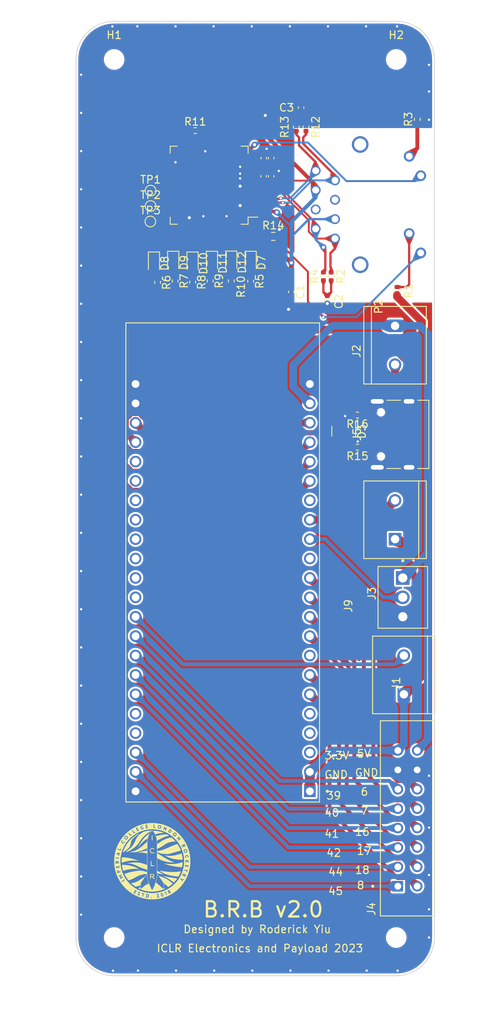
<source format=kicad_pcb>
(kicad_pcb (version 20221018) (generator pcbnew)
  (layers (0 "F.Cu" signal) (31 "B.Cu" signal) (34 "B.Paste" user) (35 "F.Paste" user) (36 "B.SilkS" user "B.Silkscreen") (37 "F.SilkS" user "F.Silkscreen") (38 "B.Mask" user) (39 "F.Mask" user) (44 "Edge.Cuts" user))
  (net 0 "")
  (net 1 "GND")
  (net 2 "Net-(C2-Pad2)")
  (net 3 "Net-(C3-Pad2)")
  (net 4 "/W5100/TXLED")
  (net 5 "Net-(D7-A)")
  (net 6 "/W5100/LINKLED")
  (net 7 "Net-(D8-A)")
  (net 8 "/W5100/SPDLED")
  (net 9 "Net-(D9-A)")
  (net 10 "/W5100/FDXLED")
  (net 11 "Net-(D10-A)")
  (net 12 "/W5100/COLLED")
  (net 13 "Net-(D11-A)")
  (net 14 "Net-(D12-A)")
  (net 15 "/W5100/RXIN")
  (net 16 "/W5100/RXIP")
  (net 19 "/W5100/TXON")
  (net 20 "/W5100/TXOP")
  (net 21 "Net-(P2-PadL1)")
  (net 22 "Net-(P2-PadL3)")
  (net 23 "Net-(U1-SEN)")
  (net 34 "Net-(U1-RSET_BG)")
  (net 35 "Net-(J5-CC1)")
  (net 36 "Net-(J5-CC2)")
  (net 37 "Net-(U1-~{CS})")
  (net 38 "Net-(U1-~{WR})")
  (net 58 "/W5100/CS")
  (net 60 "Net-(U1-~{RD})")
  (net 61 "/W5100/MISO")
  (net 66 "/W5100/RXLED")
  (net 72 "/W5100/MOSI")
  (net 74 "/W5100/SCLK")
  (net 85 "/W5100/VBUS")
  (net 91 "Net-(J1-Pin_2)")
  (net 92 "+3.3V")
  (net 93 "/W5100/GPIO46")
  (net 94 "/W5100/GPIO43")
  (net 95 "/W5100/GPIO44")
  (net 96 "/W5100/GPIO42")
  (net 97 "/W5100/GPIO41")
  (net 98 "/W5100/GPIO40")
  (net 99 "/W5100/GPIO39")
  (net 100 "/W5100/GPIO6")
  (net 101 "/W5100/GPIO7")
  (net 102 "/W5100/GPIO16")
  (net 103 "/W5100/GPIO17")
  (net 104 "/W5100/GPIO18")
  (net 105 "/W5100/GPIO8")
  (net 106 "/W5100/GPIO9")
  (net 107 "/W5100/USB D+")
  (net 108 "/W5100/USB D-")
  (net 111 "+5V")
  (footprint "MountingHole:MountingHole_2.2mm_M2" (layer "F.Cu") (at 149 168)
    (fp_text reference "H4" hide)
    (fp_text value "MountingHole" hide)
  )
  (footprint "Resistor_SMD:R_0402_1005Metric" (layer "F.Cu") (at 140.460959 81.40821 90)
    (fp_text reference "R2")
    (fp_text value "49.9")
  )
  (footprint "LED_SMD:LED_0603_1608Metric" (layer "F.Cu") (at 129.904959 79.6 -90)
    (fp_text reference "D7")
    (fp_text value "LED")
  )
  (footprint "Resistor_SMD:R_0402_1005Metric" (layer "F.Cu") (at 143.91 99.58 180)
    (fp_text reference "R16")
    (fp_text value "5.1k")
  )
  (footprint "Package_QFP:LQFP-80_10x10mm_P0.4mm" (layer "F.Cu") (at 124.458959 69.46821 180)
    (fp_text reference "U1" hide)
    (fp_text value "W5100")
  )
  (footprint "Resistor_SMD:R_0402_1005Metric" (layer "F.Cu") (at 122.64 62.32)
    (fp_text reference "R11")
    (fp_text value "10k")
  )
  (footprint "terms:TE_282837-2" (layer "F.Cu") (at 148.844 113.284 90)
    (fp_text reference "J9")
    (fp_text value "Screw_Terminal_01x02")
  )
  (footprint "TestPoint:TestPoint_Pad_D1.0mm" (layer "F.Cu") (at 116.78 72.2)
    (fp_text reference "TP2")
    (fp_text value "TestPoint")
  )
  (footprint "LED_SMD:LED_0603_1608Metric" (layer "F.Cu") (at 119.744959 79.6 -90)
    (fp_text reference "D9")
    (fp_text value "LED")
  )
  (footprint "Resistor_SMD:R_0402_1005Metric" (layer "F.Cu") (at 129.904959 82.04521 -90)
    (fp_text reference "R5")
    (fp_text value "470")
  )
  (footprint "Package_TO_SOT_SMD:SOT-143" (layer "F.Cu") (at 142.11 101.69 -90)
    (fp_text reference "D3")
    (fp_text value "SP0503BAHT")
  )
  (footprint "Resistor_SMD:R_0402_1005Metric" (layer "F.Cu") (at 137.159999 61.849 -90)
    (fp_text reference "R13")
    (fp_text value "49.9")
  )
  (footprint "MountingHole:MountingHole_2.2mm_M2" (layer "F.Cu") (at 149 53)
    (fp_text reference "H2")
    (fp_text value "MountingHole")
  )
  (footprint "Capacitor_SMD:C_0402_1005Metric" (layer "F.Cu") (at 131.6 68.3 90)
    (fp_text reference "C5" hide)
    (fp_text value "100nF" hide)
  )
  (footprint "Capacitor_SMD:C_0402_1005Metric" (layer "F.Cu") (at 132.5912 65.918493 90)
    (fp_text reference "C7" hide)
    (fp_text value "10uF")
  )
  (footprint "Connector_USB:USB_C_Receptacle_Palconn_UTC16-G" (layer "F.Cu") (at 148.44 102.1 90)
    (fp_text reference "J5")
    (fp_text value "USB_C_Receptacle_USB2.0")
  )
  (footprint "ICLR:iclr_logo_estd2018_10mm" (layer "F.Cu") (at 117 158)
    (fp_text reference "G***" hide)
    (fp_text value "LOGO" hide)
  )
  (footprint "Capacitor_SMD:C_0402_1005Metric" (layer "F.Cu") (at 139.952959 84.45421 90)
    (fp_text reference "C2")
    (fp_text value "0.1uF")
  )
  (footprint "Resistor_SMD:R_0402_1005Metric" (layer "F.Cu") (at 124.599959 82.01 -90)
    (fp_text reference "R9")
    (fp_text value "470")
  )
  (footprint "terms:TE_282837-2" (layer "F.Cu") (at 148.844 90.424 -90)
    (fp_text reference "J2")
    (fp_text value "Screw_Terminal_01x02")
  )
  (footprint "Resistor_SMD:R_0402_1005Metric" (layer "F.Cu") (at 139.444959 81.40821 90)
    (fp_text reference "R4")
    (fp_text value "49.9")
  )
  (footprint "LED_SMD:LED_0603_1608Metric" (layer "F.Cu") (at 117.219959 79.7 -90)
    (fp_text reference "D8")
    (fp_text value "LED")
  )
  (footprint "TestPoint:TestPoint_Pad_D1.0mm" (layer "F.Cu") (at 116.78 70.18)
    (fp_text reference "TP1")
    (fp_text value "TestPoint")
  )
  (footprint "Capacitor_SMD:C_0402_1005Metric" (layer "F.Cu") (at 136.524999 59.309 -90)
    (fp_text reference "C3")
    (fp_text value "0.1uF")
  )
  (footprint "moreterms:TE_1658525-8" (layer "F.Cu") (at 150.48 152.39 90)
    (fp_text reference "J4")
    (fp_text value "1658525-8")
  )
  (footprint "Capacitor_SMD:C_0402_1005Metric" (layer "F.Cu") (at 135.253959 83.43821 -90)
    (fp_text reference "C1")
    (fp_text value "0.1uF")
  )
  (footprint "Resistor_SMD:R_0402_1005Metric" (layer "F.Cu") (at 119.999959 82.022317 -90)
    (fp_text reference "R7")
    (fp_text value "470")
  )
  (footprint "Resistor_SMD:R_0603_1608Metric" (layer "F.Cu") (at 132.87 76.17)
    (fp_text reference "R14")
    (fp_text value "12.3k")
  )
  (footprint "ESP32:XCVR_ESP32-S3-DEVKITC-1-N8R2" (layer "F.Cu") (at 126.238 118.874 180)
    (fp_text reference "U2" hide)
    (fp_text value "ESP32-S3-DEVKITC-1-N8R2")
  )
  (footprint "Resistor_SMD:R_0402_1005Metric" (layer "F.Cu") (at 149.096959 83.314 -90)
    (fp_text reference "R1")
    (fp_text value "470")
  )
  (footprint "Resistor_SMD:R_0402_1005Metric" (layer "F.Cu") (at 151.764999 60.83021 90)
    (fp_text reference "R3")
    (fp_text value "470")
  )
  (footprint "LED_SMD:LED_0603_1608Metric" (layer "F.Cu") (at 122.284959 79.7 -90)
    (fp_text reference "D10")
    (fp_text value "LED")
  )
  (footprint "Resistor_SMD:R_0402_1005Metric" (layer "F.Cu") (at 117.699959 82.19521 -90)
    (fp_text reference "R6")
    (fp_text value "470")
  )
  (footprint "RJ45:WIZNET_RB1-125BAG1A" (layer "F.Cu") (at 147.318959 72.00821 90)
    (fp_text reference "P2")
    (fp_text value "RB1-125BAG1A")
  )
  (footprint "Resistor_SMD:R_0402_1005Metric" (layer "F.Cu") (at 135.889999 61.849 -90)
    (fp_text reference "R12")
    (fp_text value "49.9")
  )
  (footprint "Resistor_SMD:R_0402_1005Metric" (layer "F.Cu") (at 122.299959 82.17021 -90)
    (fp_text reference "R8")
    (fp_text value "470")
  )
  (footprint "TestPoint:TestPoint_Pad_D1.0mm" (layer "F.Cu") (at 116.75 74.22)
    (fp_text reference "TP3")
    (fp_text value "TestPoint")
  )
  (footprint "Resistor_SMD:R_0402_1005Metric" (layer "F.Cu") (at 143.91 103.78 180)
    (fp_text reference "R15")
    (fp_text value "5.1k")
  )
  (footprint "terms:TE_282837-2" (layer "F.Cu") (at 150 133.604 90)
    (fp_text reference "J1")
    (fp_text value "Screw_Terminal_01x02")
  )
  (footprint "MountingHole:MountingHole_2.2mm_M2" (layer "F.Cu") (at 112 168)
    (fp_text reference "H3" hide)
    (fp_text value "MountingHole" hide)
  )
  (footprint "LED_SMD:LED_0603_1608Metric" (layer "F.Cu") (at 127.364959 79.58021 -90)
    (fp_text reference "D12")
    (fp_text value "LED")
  )
  (footprint "Resistor_SMD:R_0402_1005Metric" (layer "F.Cu") (at 127.364959 82 -90)
    (fp_text reference "R10")
    (fp_text value "470")
  )
  (footprint "Capacitor_SMD:C_0402_1005Metric" (layer "F.Cu") (at 131.625656 65.92826 90)
    (fp_text reference "C6" hide)
    (fp_text value "100nF" hide)
  )
  (footprint "LED_SMD:LED_0603_1608Metric" (layer "F.Cu") (at 124.824959 79.6 -90)
    (fp_text reference "D11")
    (fp_text value "LED")
  )
  (footprint "tterms3:TE_282834-3" (layer "F.Cu") (at 149.86 123.444 -90)
    (fp_text reference "J3")
    (fp_text value "Screw_Terminal_01x03")
  )
  (footprint "MountingHole:MountingHole_2.2mm_M2" (layer "F.Cu") (at 112 53)
    (fp_text reference "H1")
    (fp_text value "MountingHole")
  )
  (footprint "Capacitor_SMD:C_0402_1005Metric" (layer "F.Cu") (at 132.6 68.3 90)
    (fp_text reference "C4" hide)
    (fp_text value "10uF" hide)
  )
  (gr_arc (start 149 48) (mid 152.535533 49.464466) (end 154 53) (stroke (width 0.1)) (layer "Edge.Cuts"))
  (gr_line (start 149 48) (end 112 48) (stroke (width 0.1)) (layer "Edge.Cuts"))
  (gr_arc (start 107 53) (mid 108.464466 49.464467) (end 112 48) (stroke (width 0.1)) (layer "Edge.Cuts"))
  (gr_line (start 154 168) (end 154 53) (stroke (width 0.1)) (layer "Edge.Cuts"))
  (gr_line (start 107 53) (end 107 168) (stroke (width 0.1)) (layer "Edge.Cuts"))
  (gr_line (start 112 173) (end 149 173) (stroke (width 0.1)) (layer "Edge.Cuts"))
  (gr_arc (start 112 173) (mid 108.464467 171.535534) (end 107 168) (stroke (width 0.1)) (layer "Edge.Cuts"))
  (gr_arc (start 154 168) (mid 152.535534 171.535533) (end 149 173) (stroke (width 0.1)) (layer "Edge.Cuts"))
  (gr_text "3.3V" (at 139.5 144.75) (layer "F.SilkS") (effects (font (size 1 1)) (justify left bottom)))
  (gr_text "Designed by Roderick Yiu" (at 121 167.5) (layer "F.SilkS") (effects (font (size 1 1)) (justify left bottom)))
  (gr_text "41" (at 139.5 155) (layer "F.SilkS") (effects (font (size 1 1)) (justify left bottom)))
  (gr_text "ICLR Electronics and Payload 2023\n" (at 117.5 170) (layer "F.SilkS") (effects (font (size 1 1)) (justify left bottom)))
  (gr_text "8" (at 143.75 161.75) (layer "F.SilkS") (effects (font (size 1 1)) (justify left bottom)))
  (gr_text "5V" (at 143.75 144.5) (layer "F.SilkS") (effects (font (size 1 1)) (justify left bottom)))
  (gr_text "GND" (at 143.5 147) (layer "F.SilkS") (effects (font (size 1 1)) (justify left bottom)))
  (gr_text "40" (at 139.5 152.25) (layer "F.SilkS") (effects (font (size 1 1)) (justify left bottom)))
  (gr_text "42" (at 139.75 157.5) (layer "F.SilkS") (effects (font (size 1 1)) (justify left bottom)))
  (gr_text "44" (at 140 160) (layer "F.SilkS") (effects (font (size 1 1)) (justify left bottom)))
  (gr_text "B.R.B v2.0\n" (at 123.5 165.5) (layer "F.SilkS") (effects (font (size 2 2) (thickness 0.3)) (justify left bottom)))
  (gr_text "45" (at 140 162.5) (layer "F.SilkS") (effects (font (size 1 1)) (justify left bottom)))
  (gr_text "17" (at 143.75 157.25) (layer "F.SilkS") (effects (font (size 1 1)) (justify left bottom)))
  (gr_text "6" (at 144.25 149.5) (layer "F.SilkS") (effects (font (size 1 1)) (justify left bottom)))
  (gr_text "16" (at 143.5 154.75) (layer "F.SilkS") (effects (font (size 1 1)) (justify left bottom)))
  (gr_text "18" (at 143.5 159.75) (layer "F.SilkS") (effects (font (size 1 1)) (justify left bottom)))
  (gr_text "39" (at 139.75 150) (layer "F.SilkS") (effects (font (size 1 1)) (justify left bottom)))
  (gr_text "GND" (at 139.5 147.25) (layer "F.SilkS") (effects (font (size 1 1)) (justify left bottom)))
  (gr_text "7" (at 144.25 152) (layer "F.SilkS") (effects (font (size 1 1)) (justify left bottom)))
  (segment (start 130.121459 66.86821) (end 128.71179 66.86821) (width 0.25) (layer "F.Cu") (net 1))
  (segment (start 136.524999 58.829) (end 133.320169 58.829) (width 0.5) (layer "F.Cu") (net 1))
  (segment (start 121.458959 75.13071) (end 121.458959 74.12621) (width 0.25) (layer "F.Cu") (net 1))
  (segment (start 122.258959 74.12621) (end 121.858959 73.72621) (width 0.25) (layer "F.Cu") (net 1))
  (segment (start 128.59621 69.66821) (end 128.524 69.596) (width 0.25) (layer "F.Cu") (net 1))
  (segment (start 118.796459 66.46821) (end 120.038805 66.46821) (width 0.25) (layer "F.Cu") (net 1))
  (segment (start 130.121459 72.06821) (end 128.59179 72.06821) (width 0.25) (layer "F.Cu") (net 1))
  (segment (start 130.121459 68.46821) (end 128.63579 68.46821) (width 0.25) (layer "F.Cu") (net 1))
  (segment (start 123.858959 64.930959) (end 123.952 65.024) (width 0.25) (layer "F.Cu") (net 1))
  (segment (start 128.71179 66.86821) (end 128.524 67.056) (width 0.25) (layer "F.Cu") (net 1))
  (segment (start 130.121459 68.06821) (end 128.640713 68.06821) (width 0.25) (layer "F.Cu") (net 1))
  (segment (start 130.121459 69.66821) (end 128.59621 69.66821) (width 0.25) (layer "F.Cu") (net 1))
  (segment (start 123.858959 63.80571) (end 123.858959 64.930959) (width 0.25) (layer "F.Cu") (net 1))
  (segment (start 128.63579 68.46821) (end 128.524 68.58) (width 0.25) (layer "F.Cu") (net 1))
  (segment (start 127.058959 75.13071) (end 127.058959 73.84621) (width 0.25) (layer "F.Cu") (net 1))
  (segment (start 121.458959 74.12621) (end 121.858959 73.72621) (width 0.25) (layer "F.Cu") (net 1))
  (segment (start 120.038805 66.46821) (end 120.044032 66.462983) (width 0.25) (layer "F.Cu") (net 1))
  (segment (start 119.888 66.46821) (end 120.038805 66.46821) (width 0.15) (layer "F.Cu") (net 1))
  (segment (start 123.458959 73.77021) (end 123.696959 73.53221) (width 0.25) (layer "F.Cu") (net 1))
  (segment (start 128.59179 72.06821) (end 128.524 72.136) (width 0.25) (layer "F.Cu") (net 1))
  (segment (start 135.253959 83.91821) (end 135.253959 85.34321) (width 0.3) (layer "F.Cu") (net 1))
  (segment (start 133.320169 58.829) (end 131.824959 60.32421) (width 0.5) (layer "F.Cu") (net 1))
  (segment (start 135.253959 85.34321) (end 134.872959 85.72421) (width 0.3) (layer "F.Cu") (net 1))
  (segment (start 122.258959 75.13071) (end 122.258959 74.12621) (width 0.25) (layer "F.Cu") (net 1))
  (segment (start 121.858959 73.72621) (end 121.858959 75.13071) (width 0.25) (layer "F.Cu") (net 1))
  (segment (start 133.695 75.285) (end 133.67 75.26) (width 0.25) (layer "F.Cu") (net 1))
  (segment (start 128.640713 68.06821) (end 128.524 67.951497) (width 0.25) (layer "F.Cu") (net 1))
  (segment (start 127.058959 73.84621) (end 126.744959 73.53221) (width 0.25) (layer "F.Cu") (net 1))
  (segment (start 123.458959 75.13071) (end 123.458959 73.77021) (width 0.25) (layer "F.Cu") (net 1))
  (via (at 107.67235 104.999999) (size 0.7) (drill 0.3) (layers "F.Cu" "B.Cu") (net 1))
  (via (at 107.67235 124.999999) (size 0.7) (drill 0.3) (layers "F.Cu" "B.Cu") (net 1))
  (via (at 130.047371 48.656877) (size 0.7) (drill 0.3) (layers "F.Cu" "B.Cu") (net 1))
  (via (at 107.67235 134.999999) (size 0.7) (drill 0.3) (layers "F.Cu" "B.Cu") (net 1))
  (via (at 134.872959 85.72421) (size 0.8) (drill 0.4) (layers "F.Cu" "B.Cu") (net 1))
  (via (at 140.121109 172.327687) (size 0.7) (drill 0.3) (layers "F.Cu" "B.Cu") (net 1))
  (via (at 107.67235 94.999999) (size 0.7) (drill 0.3) (layers "F.Cu" "B.Cu") (net 1))
  (via (at 111.769504 48.670878) (size 0.7) (drill 0.3) (layers "F.Cu" "B.Cu") (net 1))
  (via (at 107.67235 164.999999) (size 0.7) (drill 0.3) (layers "F.Cu" "B.Cu") (net 1))
  (via (at 135.047371 48.656877) (size 0.7) (drill 0.3) (layers "F.Cu" "B.Cu") (net 1))
  (via (at 126.744959 73.53221) (size 0.45) (drill 0.3) (layers "F.Cu" "B.Cu") (net 1))
  (via (at 107.67235 74.999999) (size 0.7) (drill 0.3) (layers "F.Cu" "B.Cu") (net 1))
  (via (at 153.3 60.9) (size 0.7) (drill 0.3) (layers "F.Cu" "B.Cu") (net 1))
  (via (at 153.3 57.2) (size 0.7) (drill 0.3) (layers "F.Cu" "B.Cu") (net 1))
  (via (at 128.524 69.596) (size 0.8) (drill 0.4) (layers "F.Cu" "B.Cu") (net 1))
  (via (at 107.67235 154.999999) (size 0.7) (drill 0.3) (layers "F.Cu" "B.Cu") (net 1))
  (via (at 111.843242 172.341688) (size 0.7) (drill 0.3) (layers "F.Cu" "B.Cu") (net 1))
  (via (at 125.047371 48.656877) (size 0.7) (drill 0.3) (layers "F.Cu" "B.Cu") (net 1))
  (via (at 125.121109 172.327687) (size 0.7) (drill 0.3) (layers "F.Cu" "B.Cu") (net 1))
  (via (at 153.3 168) (size 0.7) (drill 0.3) (layers "F.Cu" "B.Cu") (net 1))
  (via (at 107.67235 64.999999) (size 0.7) (drill 0.3) (layers "F.Cu" "B.Cu") (net 1))
  (via (at 149.181795 172.330716) (size 0.7) (drill 0.3) (layers "F.Cu" "B.Cu") (net 1))
  (via (at 132 64.7) (size 0.7) (drill 0.3) (layers "F.Cu" "B.Cu") (net 1))
  (via (at 115.047371 48.656877) (size 0.7) (drill 0.3) (layers "F.Cu" "B.Cu") (net 1))
  (via (at 123.696959 73.53221) (size 0.45) (drill 0.3) (layers "F.Cu" "B.Cu") (net 1))
  (via (at 121.858959 73.72621) (size 0.8) (drill 0.4) (layers "F.Cu" "B.Cu") (net 1))
  (via (at 140.047371 48.656877) (size 0.7) (drill 0.3) (layers "F.Cu" "B.Cu") (net 1))
  (via (at 107.67235 129.999999) (size 0.7) (drill 0.3) (layers "F.Cu" "B.Cu") (net 1))
  (via (at 115.121109 172.327687) (size 0.7) (drill 0.3) (layers "F.Cu" "B.Cu") (net 1))
  (via (at 145.121109 172.327687) (size 0.7) (drill 0.3) (layers "F.Cu" "B.Cu") (net 1))
  (via (at 153.3 159.8) (size 0.7) (drill 0.3) (layers "F.Cu" "B.Cu") (net 1))
  (via (at 107.67235 119.999999) (size 0.7) (drill 0.3) (layers "F.Cu" "B.Cu") (net 1))
  (via (at 107.67235 99.999999) (size 0.7) (drill 0.3) (layers "F.Cu" "B.Cu") (net 1))
  (via (at 153.3 153.6) (size 0.7) (drill 0.3) (layers "F.Cu" "B.Cu") (net 1))
  (via (at 143.95 103.03) (size 0.45) (drill 0.3) (layers "F.Cu" "B.Cu") (net 1))
  (via (at 107.67235 159.999999) (size 0.7) (drill 0.3) (layers "F.Cu" "B.Cu") (net 1))
  (via (at 149.108057 48.659906) (size 0.7) (drill 0.3) (layers "F.Cu" "B.Cu") (net 1))
  (via (at 133.6 67.6) (size 0.7) (drill 0.3) (layers "F.Cu" "B.Cu") (net 1))
  (via (at 120.121109 172.327687) (size 0.7) (drill 0.3) (layers "F.Cu" "B.Cu") (net 1))
  (via (at 107.67235 54.999999) (size 0.7) (drill 0.3) (layers "F.Cu" "B.Cu") (net 1))
  (via (at 120.044032 66.462983) (size 0.45) (drill 0.3) (layers "F.Cu" "B.Cu") (net 1))
  (via (at 142.3 99.7) (size 0.7) (drill 0.3) (layers "F.Cu" "B.Cu") (net 1))
  (via (at 128.524 72.136) (size 0.8) (drill 0.4) (layers "F.Cu" "B.Cu") (net 1))
  (via (at 133.67 75.26) (size 0.8) (drill 0.4) (layers "F.Cu" "B.Cu") (net 1))
  (via (at 107.67235 139.999999) (size 0.7) (drill 0.3) (layers "F.Cu" "B.Cu") (net 1))
  (via (at 107.67235 149.999999) (size 0.7) (drill 0.3) (layers "F.Cu" "B.Cu") (net 1))
  (via (at 128.524 67.951497) (size 0.45) (drill 0.3) (layers "F.Cu" "B.Cu") (net 1))
  (via (at 107.67235 144.999999) (size 0.7) (drill 0.3) (layers "F.Cu" "B.Cu") (net 1))
  (via (at 139.952959 84.96221) (size 0.8) (drill 0.4) (layers "F.Cu" "B.Cu") (net 1))
  (via (at 107.67235 69.999999) (size 0.7) (drill 0.3) (layers "F.Cu" "B.Cu") (net 1))
  (via (at 153.3 164.3) (size 0.7) (drill 0.3) (layers "F.Cu" "B.Cu") (net 1))
  (via (at 131.824959 60.32421) (size 0.8) (drill 0.4) (layers "F.Cu" "B.Cu") (net 1))
  (via (at 107.67235 84.999999) (size 0.7) (drill 0.3) (layers "F.Cu" "B.Cu") (net 1))
  (via (at 120.047371 48.656877) (size 0.7) (drill 0.3) (layers "F.Cu" "B.Cu") (net 1))
  (via (at 107.67235 109.999999) (size 0.7) (drill 0.3) (layers "F.Cu" "B.Cu") (net 1))
  (via (at 135.121109 172.327687) (size 0.7) (drill 0.3) (layers "F.Cu" "B.Cu") (net 1))
  (via (at 107.67235 59.999999) (size 0.7) (drill 0.3) (layers "F.Cu" "B.Cu") (net 1))
  (via (at 107.67235 79.999999) (size 0.7) (drill 0.3) (layers "F.Cu" "B.Cu") (net 1))
  (via (at 123.952 65.024) (size 0.45) (drill 0.3) (layers "F.Cu" "B.Cu") (net 1))
  (via (at 153.3 53.7) (size 0.7) (drill 0.3) (layers "F.Cu" "B.Cu") (net 1))
  (via (at 128.524 68.58) (size 0.45) (drill 0.3) (layers "F.Cu" "B.Cu") (net 1))
  (via (at 107.67235 114.999999) (size 0.7) (drill 0.3) (layers "F.Cu" "B.Cu") (net 1))
  (via (at 153.3 146.8) (size 0.7) (drill 0.3) (layers "F.Cu" "B.Cu") (net 1))
  (via (at 130.121109 172.327687) (size 0.7) (drill 0.3) (layers "F.Cu" "B.Cu") (net 1))
  (via (at 145.047371 48.656877) (size 0.7) (drill 0.3) (layers "F.Cu" "B.Cu") (net 1))
  (via (at 107.67235 89.999999) (size 0.7) (drill 0.3) (layers "F.Cu" "B.Cu") (net 1))
  (via (at 128.524 67.056) (size 0.45) (drill 0.3) (layers "F.Cu" "B.Cu") (net 1))
  (segment (start 139.952959 84.96221) (end 139.190959 85.72421) (width 0.3) (layer "B.Cu") (net 1))
  (segment (start 139.190959 85.72421) (end 134.872959 85.72421) (width 0.3) (layer "B.Cu") (net 1))
  (segment (start 139.444959 81.91821) (end 139.444959 83.46621) (width 0.3) (layer "F.Cu") (net 2))
  (segment (start 140.460959 83.46621) (end 139.952959 83.97421) (width 0.3) (layer "F.Cu") (net 2))
  (segment (start 140.460959 81.91821) (end 140.460959 83.46621) (width 0.3) (layer "F.Cu") (net 2))
  (segment (start 139.444959 83.46621) (end 139.952959 83.97421) (width 0.3) (layer "F.Cu") (net 2))
  (segment (start 137.159999 61.339) (end 137.159999 60.424) (width 0.25) (layer "F.Cu") (net 3))
  (segment (start 135.889999 60.424) (end 136.524999 59.789) (width 0.25) (layer "F.Cu") (net 3))
  (segment (start 135.889999 61.339) (end 135.889999 60.424) (width 0.25) (layer "F.Cu") (net 3))
  (segment (start 137.159999 60.424) (end 136.524999 59.789) (width 0.25) (layer "F.Cu") (net 3))
  (segment (start 129.904959 78.8125) (end 129.904959 78.104959) (width 0.25) (layer "F.Cu") (net 4))
  (segment (start 127 77.7) (end 125.458959 76.158959) (width 0.25) (layer "F.Cu") (net 4))
  (segment (start 125.458959 76.158959) (end 125.458959 75.13071) (width 0.25) (layer "F.Cu") (net 4))
  (segment (start 129.5 77.7) (end 127 77.7) (width 0.25) (layer "F.Cu") (net 4))
  (segment (start 129.904959 78.104959) (end 129.5 77.7) (width 0.25) (layer "F.Cu") (net 4))
  (segment (start 129.904959 80.3875) (end 129.904959 81.53521) (width 0.25) (layer "F.Cu") (net 5))
  (segment (start 120.975729 77.59621) (end 117.60379 77.59621) (width 0.25) (layer "F.Cu") (net 6))
  (segment (start 117.60379 77.59621) (end 117.219959 77.980041) (width 0.25) (layer "F.Cu") (net 6))
  (segment (start 117.219959 77.980041) (end 117.219959 78.9125) (width 0.25) (layer "F.Cu") (net 6))
  (segment (start 130.412436 64.162436) (end 122.658959 71.915913) (width 0.25) (layer "F.Cu") (net 6))
  (segment (start 122.658959 75.91298) (end 120.975729 77.59621) (width 0.25) (layer "F.Cu") (net 6))
  (segment (start 122.658959 71.915913) (end 122.658959 75.13071) (width 0.25) (layer "F.Cu") (net 6))
  (segment (start 122.658959 75.13071) (end 122.658959 75.91298) (width 0.25) (layer "F.Cu") (net 6))
  (via (at 130.412436 64.162436) (size 0.8) (drill 0.4) (layers "F.Cu" "B.Cu") (net 6))
  (segment (start 142.461339 68.92859) (end 151.514089 68.92859) (width 0.25) (layer "B.Cu") (net 6))
  (segment (start 137.412959 63.88021) (end 142.461339 68.92859) (width 0.25) (layer "B.Cu") (net 6))
  (segment (start 130.694662 63.88021) (end 137.412959 63.88021) (width 0.25) (layer "B.Cu") (net 6))
  (segment (start 151.514089 68.92859) (end 152.218089 68.22459) (width 0.25) (layer "B.Cu") (net 6))
  (segment (start 130.412436 64.162436) (end 130.694662 63.88021) (width 0.25) (layer "B.Cu") (net 6))
  (segment (start 117.699959 80.66021) (end 117.204959 80.16521) (width 0.3) (layer "F.Cu") (net 7))
  (segment (start 117.699959 81.68521) (end 117.699959 80.66021) (width 0.3) (layer "F.Cu") (net 7))
  (segment (start 119.744959 78.8125) (end 120.6875 78.8125) (width 0.25) (layer "F.Cu") (net 8))
  (segment (start 120.6875 78.8125) (end 123.058959 76.441041) (width 0.25) (layer "F.Cu") (net 8))
  (segment (start 123.058959 76.441041) (end 123.058959 75.13071) (width 0.25) (layer "F.Cu") (net 8))
  (segment (start 119.999959 81.512317) (end 119.999959 80.247317) (width 0.3) (layer "F.Cu") (net 9))
  (segment (start 126.058662 72.51621) (end 124.258959 74.315913) (width 0.25) (layer "F.Cu") (net 10))
  (segment (start 139.444959 86.74021) (end 137.412959 84.70821) (width 0.25) (layer "F.Cu") (net 10))
  (segment (start 137.412959 80.792959) (end 134.47621 77.85621) (width 0.25) (layer "F.Cu") (net 10))
  (segment (start 132.25621 77.85621) (end 126.91621 72.51621) (width 0.25) (layer "F.Cu") (net 10))
  (segment (start 122.284959 77.992211) (end 124.258959 76.01821) (width 0.25) (layer "F.Cu") (net 10))
  (segment (start 124.258959 76.01821) (end 124.258959 75.13071) (width 0.25) (layer "F.Cu") (net 10))
  (segment (start 122.284959 78.9125) (end 122.284959 77.992211) (width 0.25) (layer "F.Cu") (net 10))
  (segment (start 137.412959 84.70821) (end 137.412959 80.792959) (width 0.25) (layer "F.Cu") (net 10))
  (segment (start 126.91621 72.51621) (end 126.058662 72.51621) (width 0.25) (layer "F.Cu") (net 10))
  (segment (start 124.258959 74.315913) (end 124.258959 75.13071) (width 0.25) (layer "F.Cu") (net 10))
  (segment (start 134.47621 77.85621) (end 132.25621 77.85621) (width 0.25) (layer "F.Cu") (net 10))
  (via (at 139.444959 86.74021) (size 0.45) (drill 0.3) (layers "F.Cu" "B.Cu") (net 10))
  (segment (start 143.811119 86.74021) (end 139.444959 86.74021) (width 0.25) (layer "B.Cu") (net 10))
  (segment (start 152.218589 78.33274) (end 143.811119 86.74021) (width 0.25) (layer "B.Cu") (net 10))
  (segment (start 122.299959 81.66021) (end 122.299959 80.5025) (width 0.25) (layer "F.Cu") (net 11))
  (segment (start 124.658959 75.13071) (end 124.658959 78.6465) (width 0.25) (layer "F.Cu") (net 12))
  (segment (start 124.599959 81.63021) (end 124.599959 80.33521) (width 0.3) (layer "F.Cu") (net 13))
  (segment (start 127.364959 80.36771) (end 127.364959 81.49) (width 0.25) (layer "F.Cu") (net 14))
  (segment (start 138.429999 66.929) (end 138.429999 66.436818) (width 0.3) (layer "F.Cu") (net 15))
  (segment (start 133.855039 71.176426) (end 133.763255 71.26821) (width 0.25) (layer "F.Cu") (net 15))
  (segment (start 138.429999 66.436818) (end 136.249999 64.256818) (width 0.3) (layer "F.Cu") (net 15))
  (segment (start 133.763255 71.26821) (end 130.121459 71.26821) (width 0.25) (layer "F.Cu") (net 15))
  (segment (start 136.249999 64.256818) (end 136.249999 63.199001) (width 0.3) (layer "F.Cu") (net 15))
  (segment (start 135.889999 62.839001) (end 135.889999 62.359) (width 0.3) (layer "F.Cu") (net 15))
  (segment (start 136.249999 63.199001) (end 135.889999 62.839001) (width 0.3) (layer "F.Cu") (net 15))
  (via (at 133.855039 71.176426) (size 0.45) (drill 0.3) (layers "F.Cu" "B.Cu") (net 15))
  (segment (start 138.684 67.564) (end 135.071574 71.176426) (width 0.25) (layer "B.Cu") (net 15))
  (segment (start 135.071574 71.176426) (end 133.855039 71.176426) (width 0.25) (layer "B.Cu") (net 15))
  (segment (start 140.969999 68.199) (end 136.799999 64.029) (width 0.3) (layer "F.Cu") (net 16))
  (segment (start 131.694 71.75) (end 134.112 71.75) (width 0.25) (layer "F.Cu") (net 16))
  (segment (start 130.121459 71.66821) (end 131.61221 71.66821) (width 0.25) (layer "F.Cu") (net 16))
  (segment (start 131.61221 71.66821) (end 131.694 71.75) (width 0.25) (layer "F.Cu") (net 16))
  (segment (start 136.799999 64.029) (end 136.799999 63.199001) (width 0.3) (layer "F.Cu") (net 16))
  (segment (start 137.159999 62.839001) (end 137.159999 62.359) (width 0.3) (layer "F.Cu") (net 16))
  (segment (start 136.799999 63.199001) (end 137.159999 62.839001) (width 0.3) (layer "F.Cu") (net 16))
  (via (at 134.112 71.75) (size 0.45) (drill 0.3) (layers "F.Cu" "B.Cu") (net 16))
  (segment (start 135.031158 71.75) (end 134.112 71.75) (width 0.25) (layer "B.Cu") (net 16))
  (segment (start 137.947158 68.834) (end 135.031158 71.75) (width 0.25) (layer "B.Cu") (net 16))
  (segment (start 140.969999 68.834) (end 137.947158 68.834) (width 0.25) (layer "B.Cu") (net 16))
  (segment (start 139.444959 77.59621) (end 139.698959 77.85021) (width 0.3) (layer "F.Cu") (net 19))
  (segment (start 138.048749 74.040749) (end 134.07621 70.06821) (width 0.25) (layer "F.Cu") (net 19))
  (segment (start 139.698959 80.64421) (end 139.444959 80.89821) (width 0.15) (layer "F.Cu") (net 19))
  (segment (start 134.07621 70.06821) (end 130.121459 70.06821) (width 0.25) (layer "F.Cu") (net 19))
  (segment (start 139.698959 77.85021) (end 139.698959 80.64421) (width 0.3) (layer "F.Cu") (net 19))
  (segment (start 138.048749 75.184) (end 138.048749 74.040749) (width 0.25) (layer "F.Cu") (net 19))
  (via (at 139.444959 77.59621) (size 0.8) (drill 0.4) (layers "F.Cu" "B.Cu") (net 19))
  (segment (start 138.429999 76.58125) (end 138.429999 75.184) (width 0.3) (layer "B.Cu") (net 19))
  (segment (start 139.444959 77.59621) (end 138.429999 76.58125) (width 0.3) (layer "B.Cu") (net 19))
  (segment (start 133.943052 70.46821) (end 130.121459 70.46821) (width 0.25) (layer "F.Cu") (net 20))
  (segment (start 140.460959 80.31021) (end 140.460959 80.89821) (width 0.3) (layer "F.Cu") (net 20))
  (segment (start 140.969999 76.454) (end 140.969999 77.76217) (width 0.3) (layer "F.Cu") (net 20))
  (segment (start 140.373959 80.22321) (end 140.460959 80.31021) (width 0.15) (layer "F.Cu") (net 20))
  (segment (start 140.373959 78.35821) (end 140.373959 80.22321) (width 0.3) (layer "F.Cu") (net 20))
  (segment (start 140.969999 77.76217) (end 140.373959 78.35821) (width 0.3) (layer "F.Cu") (net 20))
  (segment (start 140.969999 76.454) (end 138.424378 76.454) (width 0.25) (layer "F.Cu") (net 20))
  (segment (start 137.527999 75.557621) (end 137.527999 74.053157) (width 0.25) (layer "F.Cu") (net 20))
  (segment (start 138.424378 76.454) (end 137.527999 75.557621) (width 0.25) (layer "F.Cu") (net 20))
  (segment (start 137.527999 74.053157) (end 133.943052 70.46821) (width 0.25) (layer "F.Cu") (net 20))
  (segment (start 150.698589 65.68274) (end 151.764999 64.61633) (width 0.5) (layer "F.Cu") (net 21))
  (segment (start 151.764999 64.61633) (end 151.764999 61.34021) (width 0.5) (layer "F.Cu") (net 21))
  (segment (start 150.698089 82.473911) (end 150.368 82.804) (width 0.3) (layer "F.Cu") (net 22))
  (segment (start 150.698089 75.79459) (end 150.698089 82.473911) (width 0.3) (layer "F.Cu") (net 22))
  (segment (start 150.368 82.804) (end 149.096959 82.804) (width 0.3) (layer "F.Cu") (net 22))
  (segment (start 124.258959 63.02344) (end 124.258959 63.80571) (width 0.25) (layer "F.Cu") (net 23))
  (segment (start 123.555519 62.32) (end 124.258959 63.02344) (width 0.25) (layer "F.Cu") (net 23))
  (segment (start 123.15 62.32) (end 123.555519 62.32) (width 0.25) (layer "F.Cu") (net 23))
  (segment (start 132.045 76.17) (end 132.045 75.191751) (width 0.25) (layer "F.Cu") (net 34))
  (segment (start 132.045 75.191751) (end 130.121459 73.26821) (width 0.25) (layer "F.Cu") (net 34))
  (segment (start 144.42 103.78) (end 144.85 103.35) (width 0.3) (layer "F.Cu") (net 35))
  (segment (start 144.85 103.35) (end 145.93 103.35) (width 0.3) (layer "F.Cu") (net 35))
  (segment (start 144.42 99.58) (end 145.19 100.35) (width 0.3) (layer "F.Cu") (net 36))
  (segment (start 145.19 100.35) (end 145.93 100.35) (width 0.3) (layer "F.Cu") (net 36))
  (segment (start 117.86821 71.26821) (end 116.78 70.18) (width 0.25) (layer "F.Cu") (net 37))
  (segment (start 118.796459 71.26821) (end 117.86821 71.26821) (width 0.25) (layer "F.Cu") (net 37))
  (segment (start 118.796459 72.06821) (end 116.91179 72.06821) (width 0.25) (layer "F.Cu") (net 38))
  (segment (start 123.942959 61.371) (end 125.058959 62.487) (width 0.25) (layer "F.Cu") (net 58))
  (segment (start 112.907 102.661256) (end 112.907 65.883841) (width 0.25) (layer "F.Cu") (net 58))
  (segment (start 112.907 65.883841) (end 117.419842 61.371) (width 0.25) (layer "F.Cu") (net 58))
  (segment (start 117.419842 61.371) (end 123.942959 61.371) (width 0.25) (layer "F.Cu") (net 58))
  (segment (start 136.651 104.141) (end 114.386744 104.141) (width 0.25) (layer "F.Cu") (net 58))
  (segment (start 137.668 103.124) (end 136.651 104.141) (width 0.25) (layer "F.Cu") (net 58))
  (segment (start 125.058959 62.487) (end 125.058959 63.80571) (width 0.25) (layer "F.Cu") (net 58))
  (segment (start 114.386744 104.141) (end 112.907 102.661256) (width 0.25) (layer "F.Cu") (net 58))
  (segment (start 117.794684 72.46821) (end 116.75 73.512894) (width 0.25) (layer "F.Cu") (net 60))
  (segment (start 116.75 73.512894) (end 116.75 74.22) (width 0.25) (layer "F.Cu") (net 60))
  (segment (start 118.796459 72.46821) (end 117.794684 72.46821) (width 0.25) (layer "F.Cu") (net 60))
  (segment (start 112.153 65.571525) (end 112.153 106.987256) (width 0.25) (layer "F.Cu") (net 61))
  (segment (start 112.153 106.987256) (end 114.395744 109.23) (width 0.25) (layer "F.Cu") (net 61))
  (segment (start 136.642 109.23) (end 137.668 108.204) (width 0.25) (layer "F.Cu") (net 61))
  (segment (start 124.255275 60.617) (end 117.107525 60.617) (width 0.25) (layer "F.Cu") (net 61))
  (segment (start 117.107525 60.617) (end 112.153 65.571525) (width 0.25) (layer "F.Cu") (net 61))
  (segment (start 125.858959 63.80571) (end 125.858959 62.220684) (width 0.25) (layer "F.Cu") (net 61))
  (segment (start 114.395744 109.23) (end 136.642 109.23) (width 0.25) (layer "F.Cu") (net 61))
  (segment (start 125.858959 62.220684) (end 124.255275 60.617) (width 0.25) (layer "F.Cu") (net 61))
  (segment (start 125.058959 76.5) (end 125.058959 75.13071) (width 0.25) (layer "F.Cu") (net 66))
  (segment (start 127.351669 78.79271) (end 125.058959 76.5) (width 0.25) (layer "F.Cu") (net 66))
  (segment (start 136.592 106.74) (end 137.668 105.664) (width 0.25) (layer "F.Cu") (net 72))
  (segment (start 112.53 104.824256) (end 114.445744 106.74) (width 0.25) (layer "F.Cu") (net 72))
  (segment (start 124.099117 60.994) (end 117.263683 60.994) (width 0.25) (layer "F.Cu") (net 72))
  (segment (start 114.445744 106.74) (end 136.592 106.74) (width 0.25) (layer "F.Cu") (net 72))
  (segment (start 125.458959 63.80571) (end 125.458959 62.353842) (width 0.25) (layer "F.Cu") (net 72))
  (segment (start 112.53 65.727683) (end 112.53 104.824256) (width 0.25) (layer "F.Cu") (net 72))
  (segment (start 125.458959 62.353842) (end 124.099117 60.994) (width 0.25) (layer "F.Cu") (net 72))
  (segment (start 117.263683 60.994) (end 112.53 65.727683) (width 0.25) (layer "F.Cu") (net 72))
  (segment (start 124.658959 62.682959) (end 124.658959 63.80571) (width 0.25) (layer "F.Cu") (net 74))
  (segment (start 123.724 61.748) (end 124.658959 62.682959) (width 0.25) (layer "F.Cu") (net 74))
  (segment (start 117.576 61.748) (end 123.724 61.748) (width 0.25) (layer "F.Cu") (net 74))
  (segment (start 137.668 100.584) (end 130.048 100.584) (width 0.25) (layer "F.Cu") (net 74))
  (segment (start 113.284 83.82) (end 113.284 66.04) (width 0.25) (layer "F.Cu") (net 74))
  (segment (start 113.284 66.04) (end 117.576 61.748) (width 0.25) (layer "F.Cu") (net 74))
  (segment (start 130.048 100.584) (end 113.284 83.82) (width 0.25) (layer "F.Cu") (net 74))
  (segment (start 147.189 100.439962) (end 148.844 98.784962) (width 0.35) (layer "F.Cu") (net 85))
  (segment (start 142.853 104.135656) (end 143.217344 104.5) (width 0.3) (layer "F.Cu") (net 85))
  (segment (start 143.217344 104.5) (end 145.93 104.5) (width 0.3) (layer "F.Cu") (net 85))
  (segment (start 148.844 98.784962) (end 148.844 92.964) (width 0.35) (layer "F.Cu") (net 85))
  (segment (start 147.189 103.760038) (end 146.449038 104.5) (width 0.35) (layer "F.Cu") (net 85))
  (segment (start 146.449038 104.5) (end 145.93 104.5) (width 0.35) (layer "F.Cu") (net 85))
  (segment (start 145.93 99.7) (end 146.449038 99.7) (width 0.35) (layer "F.Cu") (net 85))
  (segment (start 143.06 102.69) (end 142.853 102.897) (width 0.3) (layer "F.Cu") (net 85))
  (segment (start 142.853 102.897) (end 142.853 104.135656) (width 0.3) (layer "F.Cu") (net 85))
  (segment (start 147.189 100.439962) (end 147.189 103.760038) (width 0.35) (layer "F.Cu") (net 85))
  (segment (start 146.449038 99.7) (end 147.189 100.439962) (width 0.35) (layer "F.Cu") (net 85))
  (segment (start 121.03 132.206) (end 148.858 132.206) (width 0.5) (layer "B.Cu") (net 91))
  (segment (start 114.808 125.984) (end 121.03 132.206) (width 0.5) (layer "B.Cu") (net 91))
  (segment (start 148.858 132.206) (end 150 131.064) (width 0.5) (layer "B.Cu") (net 91))
  (segment (start 115.316 69.533872) (end 117.570936 67.278936) (width 0.5) (layer "F.Cu") (net 92))
  (segment (start 130.121459 66.46821) (end 135.43154 66.46821) (width 0.25) (layer "F.Cu") (net 92))
  (segment (start 117.856 84.20021) (end 119.888 84.20021) (width 1) (layer "F.Cu") (net 92))
  (segment (start 137.83154 68.86821) (end 137.931665 68.968335) (width 0.25) (layer "F.Cu") (net 92))
  (segment (start 152.4 133.744) (end 150 136.144) (width 1) (layer "F.Cu") (net 92))
  (segment (start 138.429999 70.104) (end 138.429999 69.466669) (width 0.5) (layer "F.Cu") (net 92))
  (segment (start 149.352 115.824) (end 148.844 115.824) (width 1) (layer "F.Cu") (net 92))
  (segment (start 122.936 83.316251) (end 122.299959 82.68021) (width 1) (layer "F.Cu") (net 92))
  (segment (start 130.325999 61.362669) (end 130.325999 59.283169) (width 0.5) (layer "F.Cu") (net 92))
  (segment (start 135.43154 66.46821) (end 135.731665 66.768335) (width 0.25) (layer "F.Cu") (net 92))
  (segment (start 124.968 84.20021) (end 124.968 83.018251) (width 1) (layer "F.Cu") (net 92))
  (segment (start 115.316 69.533872) (end 115.316 82.804) (width 1) (layer "F.Cu") (net 92))
  (segment (start 117.894936 66.954936) (end 117.981662 66.86821) (width 0.25) (layer "F.Cu") (net 92))
  (segment (start 130.121459 72.86821) (end 133.192959 72.86821) (width 0.25) (layer "F.Cu") (net 92))
  (segment (start 131.44421 84.20021) (end 132.08 84.836) (width 1) (layer "F.Cu") (net 92))
  (segment (start 132.08 84.836) (end 135.636 88.392) (width 1) (layer "F.Cu") (net 92))
  (segment (start 133.983959 78.35821) (end 135.253959 79.62821) (width 0.5) (layer "F.Cu") (net 92))
  (segment (start 130.048 82.698251) (end 129.904959 82.55521) (width 1) (layer "F.Cu") (net 92))
  (segment (start 137.931665 68.968335) (end 135.731665 66.768335) (width 0.5) (layer "F.Cu") (net 92))
  (segment (start 122.936 84.20021) (end 124.968 84.20021) (width 1) (layer "F.Cu") (net 92))
  (segment (start 124.968 84.20021) (end 127.508 84.20021) (width 1) (layer "F.Cu") (net 92))
  (segment (start 146.325439 88.392) (end 135.636 88.392) (width 1) (layer "F.Cu") (net 92))
  (segment (start 130.325999 59.283169) (end 132.205169 57.404) (width 0.5) (layer "F.Cu") (net 92))
  (segment (start 131.824959 84.580959) (end 131.824959 81.788) (width 1) (layer "F.Cu") (net 92))
  (segment (start 152.4 94.466561) (end 152.4 87.376) (width 1) (layer "F.Cu") (net 92))
  (segment (start 115.316 82.804) (end 116.71221 84.20021) (width 1) (layer "F.Cu") (net 92))
  (segment (start 130.121459 68.86821) (end 137.83154 68.86821) (width 0.25) (layer "F.Cu") (net 92))
  (segment (start 149.096959 84.072959) (end 149.096959 83.824) (width 1) (layer "F.Cu") (net 92))
  (segment (start 130.048 84.20021) (end 131.44421 84.20021) (width 1) (layer "F.Cu") (net 92))
  (segment (start 116.71221 84.20021) (end 117.856 84.20021) (width 1) (layer "F.Cu") (net 92))
  (segment (start 119.888 84.20021) (end 122.936 84.20021) (width 1) (layer "F.Cu") (net 92))
  (segment (start 117.570936 67.278936) (end 117.894936 66.954936) (width 0.25) (layer "F.Cu") (net 92))
  (segment (start 131.824959 81.788) (end 131.824959 79.62821) (width 0.5) (layer "F.Cu") (net 92))
  (segment (start 131.824959 79.62821) (end 133.094959 78.35821) (width 0.5) (layer "F.Cu") (net 92))
  (segment (start 124.968 83.018251) (end 124.599959 82.65021) (width 1) (layer "F.Cu") (net 92))
  (segment (start 152.4 118.872) (end 149.352 115.824) (width 1) (layer "F.Cu") (net 92))
  (segment (start 122.13 62.32) (end 120.962399 62.32) (width 0.25) (layer "F.Cu") (net 92))
  (segment (start 132.08 84.836) (end 131.824959 84.580959) (width 1) (layer "F.Cu") (net 92))
  (segment (start 117.981662 66.86821) (end 118.796459 66.86821) (width 0.25) (layer "F.Cu") (net 92))
  (segment (start 152.4 118.872) (end 152.4 133.744) (width 1) (layer "F.Cu") (net 92))
  (segment (start 119.888 84.20021) (end 119.888 82.644276) (width 1) (layer "F.Cu") (net 92))
  (segment (start 133.094959 78.35821) (end 133.983959 78.35821) (width 0.5) (layer "F.Cu") (net 92))
  (segment (start 135.731665 66.768335) (end 130.325999 61.362669) (width 0.5) (layer "F.Cu") (net 92))
  (segment (start 152.4 94.466561) (end 146.325439 88.392) (width 1) (layer "F.Cu") (net 92))
  (segment (start 127.508 82.568251) (end 127.364959 82.42521) (width 1) (layer "F.Cu") (net 92))
  (segment (start 122.936 84.20021) (end 122.936 83.316251) (width 1) (layer "F.Cu") (net 92))
  (segment (start 119.888 82.644276) (end 119.999959 82.532317) (width 1) (layer "F.Cu") (net 92))
  (segment (start 152.4 118.872) (end 152.4 94.466561) (width 1) (layer "F.Cu") (net 92))
  (segment (start 152.4 87.376) (end 149.096959 84.072959) (width 1) (layer "F.Cu") (net 92))
  (segment (start 117.856 84.20021) (end 117.856 82.861251) (width 1) (layer "F.Cu") (net 92))
  (segment (start 148.844 57.404) (end 132.205169 57.404) (width 0.5) (layer "F.Cu") (net 92))
  (segment (start 135.253959 79.62821) (end 135.253959 82.95821) (width 0.5) (layer "F.Cu") (net 92))
  (segment (start 117.856 82.861251) (end 117.699959 82.70521) (width 1) (layer "F.Cu") (net 92))
  (segment (start 138.429999 69.466669) (end 137.931665 68.968335) (width 0.5) (layer "F.Cu") (net 92))
  (segment (start 133.192959 72.86821) (end 133.348959 73.02421) (width 0.15) (layer "F.Cu") (net 92))
  (segment (start 117.806959 65.47544) (end 117.806959 66.866959) (width 0.25) (layer "F.Cu") (net 92))
  (segment (start 151.764999 60.32021) (end 151.76021 60.32021) (width 1) (layer "F.Cu") (net 92))
  (segment (start 117.806959 66.866959) (end 117.894936 66.954936) (width 0.25) (layer "F.Cu") (net 92))
  (segment (start 127.508 84.20021) (end 130.048 84.20021) (width 1) (layer "F.Cu") (net 92))
  (segment (start 151.76021 60.32021) (end 148.844 57.404) (width 0.5) (layer "F.Cu") (net 92))
  (segment (start 130.048 84.20021) (end 130.048 82.698251) (width 1) (layer "F.Cu") (net 92))
  (segment (start 120.962399 62.32) (end 117.806959 65.47544) (width 0.25) (layer "F.Cu") (net 92))
  (segment (start 127.508 84.20021) (end 127.508 82.568251) (width 1) (layer "F.Cu") (net 92))
  (segment (start 137.668 146.304) (end 137.668 148.844) (width 1) (layer "F.Cu") (net 92))
  (via (at 133.348959 73.02421) (size 0.8) (drill 0.4) (layers "F.Cu" "B.Cu") (net 92))
  (via (at 135.253959 79.62821) (size 0.8) (drill 0.4) (layers "F.Cu" "B.Cu") (net 92))
  (segment (start 140.472 143.5) (end 137.668 146.304) (width 1) (layer "B.Cu") (net 92))
  (segment (start 150 136.144) (end 150 142.71) (width 1) (layer "B.Cu") (net 92))
  (segment (start 150 142.71) (end 149.21 143.5) (width 1) (layer "B.Cu") (net 92))
  (segment (start 135.253959 74.246041) (end 138.429999 71.070001) (width 0.5) (layer "B.Cu") (net 92))
  (segment (start 135.253959 79.62821) (end 135.253959 74.246041) (width 0.5) (layer "B.Cu") (net 92))
  (segment (start 133.348959 73.02421) (end 135.253959 74.92921) (width 0.3) (layer "B.Cu") (net 92))
  (segment (start 137.539169 73.914) (end 135.253959 76.19921) (width 0.3) (layer "B.Cu") (net 92))
  (segment (start 138.429999 71.070001) (end 138.429999 70.104) (width 0.5) (layer "B.Cu") (net 92))
  (segment (start 140.969999 73.914) (end 137.539169 73.914) (width 0.3) (layer "B.Cu") (net 92))
  (segment (start 149.21 143.5) (end 140.472 143.5) (width 1) (layer "B.Cu") (net 92))
  (segment (start 139.7 115.824) (end 137.668 115.824) (width 0.5) (layer "B.Cu") (net 93))
  (segment (start 147.32 123.444) (end 139.7 115.824) (width 0.5) (layer "B.Cu") (net 93))
  (segment (start 147.32 123.444) (end 149.86 123.444) (width 0.5) (layer "B.Cu") (net 93))
  (segment (start 149.21 161.28) (end 129.784 161.28) (width 0.5) (layer "B.Cu") (net 94))
  (segment (start 129.784 161.28) (end 114.808 146.304) (width 0.5) (layer "B.Cu") (net 94))
  (segment (start 149.21 158.74) (end 129.784 158.74) (width 0.5) (layer "B.Cu") (net 95))
  (segment (start 129.784 158.74) (end 114.808 143.764) (width 0.5) (layer "B.Cu") (net 95))
  (segment (start 114.808 136.144) (end 134.864 156.2) (width 0.5) (layer "B.Cu") (net 96))
  (segment (start 134.864 156.2) (end 149.21 156.2) (width 0.5) (layer "B.Cu") (net 96))
  (segment (start 114.808 133.604) (end 134.864 153.66) (width 0.5) (layer "B.Cu") (net 97))
  (segment (start 134.864 153.66) (end 149.21 153.66) (width 0.5) (layer "B.Cu") (net 97))
  (segment (start 114.808 131.064) (end 134.864 151.12) (width 0.5) (layer "B.Cu") (net 98))
  (segment (start 134.864 151.12) (end 149.21 151.12) (width 0.5) (layer "B.Cu") (net 98))
  (segment (start 133.767 147.483) (end 148.113 147.483) (width 0.5) (layer "B.Cu") (net 99))
  (segment (start 148.113 147.483) (end 149.21 148.58) (width 0.5) (layer "B.Cu") (net 99))
  (segment (start 114.808 128.524) (end 133.767 147.483) (width 0.5) (layer "B.Cu") (net 99))
  (segment (start 140.25 151.301694) (end 149.152306 160.204) (width 0.5) (layer "F.Cu") (net 100))
  (segment (start 150.674 160.204) (end 151.75 161.28) (width 0.5) (layer "F.Cu") (net 100))
  (segment (start 137.668 136.144) (end 140.25 138.726) (width 0.5) (layer "F.Cu") (net 100))
  (segment (start 149.152306 160.204) (end 150.674 160.204) (width 0.5) (layer "F.Cu") (net 100))
  (segment (start 140.25 138.726) (end 140.25 151.301694) (width 0.5) (layer "F.Cu") (net 100))
  (segment (start 148.914 157.664) (end 141.5 150.25) (width 0.5) (layer "F.Cu") (net 101))
  (segment (start 150.674 157.664) (end 148.914 157.664) (width 0.5) (layer "F.Cu") (net 101))
  (segment (start 141.5 150.25) (end 141.5 137.436) (width 0.5) (layer "F.Cu") (net 101))
  (segment (start 151.75 158.74) (end 150.674 157.664) (width 0.5) (layer "F.Cu") (net 101))
  (segment (start 141.5 137.436) (end 137.668 133.604) (width 0.5) (layer "F.Cu") (net 101))
  (segment (start 150.674 155.124) (end 148.624 155.124) (width 0.5) (layer "F.Cu") (net 102))
  (segment (start 142.5 133.356) (end 137.668 128.524) (width 0.5) (layer "F.Cu") (net 102))
  (segment (start 151.75 156.2) (end 150.674 155.124) (width 0.5) (layer "F.Cu") (net 102))
  (segment (start 148.624 155.124) (end 142.5 149) (width 0.5) (layer "F.Cu") (net 102))
  (segment (start 142.5 149) (end 142.5 133.356) (width 0.5) (layer "F.Cu") (net 102))
  (segment (start 137.668 125.984) (end 143.5 131.816) (width 0.5) (layer "F.Cu") (net 103))
  (segment (start 143.5 147.319694) (end 148.764306 152.584) (width 0.5) (layer "F.Cu") (net 103))
  (segment (start 148.764306 152.584) (end 150.674 152.584) (width 0.5) (layer "F.Cu") (net 103))
  (segment (start 143.5 131.816) (end 143.5 147.319694) (width 0.5) (layer "F.Cu") (net 103))
  (segment (start 150.674 152.584) (end 151.75 153.66) (width 0.5) (layer "F.Cu") (net 103))
  (segment (start 144.75 130.526) (end 137.668 123.444) (width 0.5) (layer "F.Cu") (net 104))
  (segment (start 151.75 151.12) (end 150.674 150.044) (width 0.5) (layer "F.Cu") (net 104))
  (segment (start 144.75 146.25) (end 144.75 130.526) (width 0.5) (layer "F.Cu") (net 104))
  (segment (start 148.544 150.044) (end 144.75 146.25) (width 0.5) (layer "F.Cu") (net 104))
  (segment (start 150.674 150.044) (end 148.544 150.044) (width 0.5) (layer "F.Cu") (net 104))
  (segment (start 150.67 147.5) (end 151.75 148.58) (width 0.5) (layer "F.Cu") (net 105))
  (segment (start 146 144.351694) (end 149.148306 147.5) (width 0.5) (layer "F.Cu") (net 105))
  (segment (start 137.668 120.904) (end 146 129.236) (width 0.5) (layer "F.Cu") (net 105))
  (segment (start 149.148306 147.5) (end 150.67 147.5) (width 0.5) (layer "F.Cu") (net 105))
  (segment (start 146 129.236) (end 146 144.351694) (width 0.5) (layer "F.Cu") (net 105))
  (segment (start 137.668 113.284) (end 146.304 113.284) (width 0.5) (layer "F.Cu") (net 106))
  (segment (start 146.304 113.284) (end 148.844 110.744) (width 0.5) (layer "F.Cu") (net 106))
  (segment (start 146.664 102.35) (end 145.93 102.35) (width 0.25) (layer "F.Cu") (net 107))
  (segment (start 114.808 103.124) (end 113.791 102.107) (width 0.25) (layer "F.Cu") (net 107))
  (segment (start 146.664 101.35) (end 146.762 101.448) (width 0.25) (layer "F.Cu") (net 107))
  (segment (start 145.93 101.35) (end 146.664 101.35) (width 0.25) (layer "F.Cu") (net 107))
  (segment (start 140.42 101.448) (end 145.832 101.448) (width 0.25) (layer "F.Cu") (net 107))
  (segment (start 113.791 102.107) (end 113.791 100.162744) (width 0.25) (layer "F.Cu") (net 107))
  (segment (start 117.342256 101.68) (end 139.269486 101.68) (width 0.25) (layer "F.Cu") (net 107))
  (segment (start 141.16 100.69) (end 140.42 101.43) (width 0.25) (layer "F.Cu") (net 107))
  (segment (start 146.762 101.448) (end 146.762 102.252) (width 0.25) (layer "F.Cu") (net 107))
  (segment (start 140.42 101.43) (end 140.42 101.448) (width 0.25) (layer "F.Cu") (net 107))
  (segment (start 139.501486 101.448) (end 140.42 101.448) (width 0.25) (layer "F.Cu") (net 107))
  (segment (start 115.229256 99.567) (end 117.342256 101.68) (width 0.25) (layer "F.Cu") (net 107))
  (segment (start 139.269486 101.68) (end 139.501486 101.448) (width 0.25) (layer "F.Cu") (net 107))
  (segment (start 146.762 102.252) (end 146.664 102.35) (width 0.25) (layer "F.Cu") (net 107))
  (segment (start 113.791 100.162744) (end 114.386744 99.567) (width 0.25) (layer "F.Cu") (net 107))
  (segment (start 145.832 101.448) (end 145.93 101.35) (width 0.25) (layer "F.Cu") (net 107))
  (segment (start 114.386744 99.567) (end 115.229256 99.567) (width 0.25) (layer "F.Cu") (net 107))
  (segment (start 145.098 101.852) (end 145.098 102.696) (width 0.25) (layer "F.Cu") (net 108))
  (segment (start 145.098 102.696) (end 145.252 102.85) (width 0.25) (layer "F.Cu") (net 108))
  (segment (start 139.436 102.082) (end 116.306 102.082) (width 0.3) (layer "F.Cu") (net 108))
  (segment (start 141.16 102.69) (end 140.33 101.86) (width 0.25) (layer "F.Cu") (net 108))
  (segment (start 116.306 102.082) (end 114.808 100.584) (width 0.3) (layer "F.Cu") (net 108))
  (segment (start 140.33 101.85) (end 145.93 101.85) (width 0.3) (layer "F.Cu") (net 108))
  (segment (start 139.436 102.082) (end 139.668 101.85) (width 0.3) (layer "F.Cu") (net 108))
  (segment (start 139.668 101.85) (end 140.33 101.85) (width 0.3) (layer "F.Cu") (net 108))
  (segment (start 145.252 102.85) (end 145.93 102.85) (width 0.25) (layer "F.Cu") (net 108))
  (segment (start 140.33 101.86) (end 140.33 101.85) (width 0.25) (layer "F.Cu") (net 108))
  (segment (start 145.93 101.85) (end 145.1 101.85) (width 0.25) (layer "F.Cu") (net 108))
  (segment (start 145.1 101.85) (end 145.098 101.852) (width 0.25) (layer "F.Cu") (net 108))
  (segment (start 153.124 117.64) (end 153.124 142.126) (width 1) (layer "B.Cu") (net 111))
  (segment (start 140.616 87.884) (end 148.844 87.884) (width 1) (layer "B.Cu") (net 111))
  (segment (start 148.844 87.884) (end 152.134 87.884) (width 1) (layer "B.Cu") (net 111))
  (segment (start 135.5 95.876) (end 135.5 93) (width 1) (layer "B.Cu") (net 111))
  (segment (start 153.124 142.126) (end 151.75 143.5) (width 1) (layer "B.Cu") (net 111))
  (segment (start 153.124 117.64) (end 153.124 88.874) (width 1) (layer "B.Cu") (net 111))
  (segment (start 149.86 120.904) (end 153.124 117.64) (width 1) (layer "B.Cu") (net 111))
  (segment (start 153.124 88.874) (end 152.134 87.884) (width 1) (layer "B.Cu") (net 111))
  (segment (start 137.668 98.044) (end 135.5 95.876) (width 1) (layer "B.Cu") (net 111))
  (segment (start 135.5 93) (end 140.616 87.884) (width 1) (layer "B.Cu") (net 111))
  (zone (net 1) (net_name "GND") (layers "F&B.Cu") (connect_pads yes (clearance 0.254)) (min_thickness 0.25) (fill yes (thermal_gap 0.5) (thermal_bridge_width 0.5))
    (polygon (pts (xy 101.092 46.736) (xy 161.036 45.212) (xy 161.036 61.976) (xy 135.636 61.976) (xy 135.636 84.836) (xy 158.496 84.836) (xy 160.02 178.308) (xy 97.028 179.324)))
  )
)
</source>
